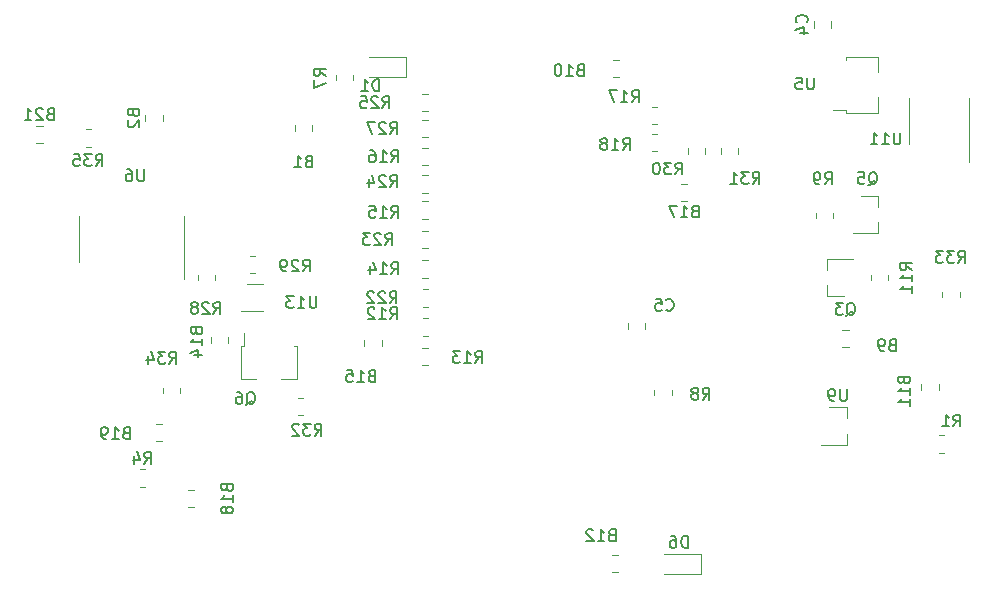
<source format=gbr>
%TF.GenerationSoftware,KiCad,Pcbnew,6.0.2+dfsg-1*%
%TF.CreationDate,2023-03-28T12:08:36-04:00*%
%TF.ProjectId,HL2IOBoard,484c3249-4f42-46f6-9172-642e6b696361,E*%
%TF.SameCoordinates,Original*%
%TF.FileFunction,Legend,Bot*%
%TF.FilePolarity,Positive*%
%FSLAX46Y46*%
G04 Gerber Fmt 4.6, Leading zero omitted, Abs format (unit mm)*
G04 Created by KiCad (PCBNEW 6.0.2+dfsg-1) date 2023-03-28 12:08:36*
%MOMM*%
%LPD*%
G01*
G04 APERTURE LIST*
%ADD10C,0.150000*%
%ADD11C,0.120000*%
G04 APERTURE END LIST*
D10*
%TO.C,C4*%
X175302142Y-85133333D02*
X175349761Y-85085714D01*
X175397380Y-84942857D01*
X175397380Y-84847619D01*
X175349761Y-84704761D01*
X175254523Y-84609523D01*
X175159285Y-84561904D01*
X174968809Y-84514285D01*
X174825952Y-84514285D01*
X174635476Y-84561904D01*
X174540238Y-84609523D01*
X174445000Y-84704761D01*
X174397380Y-84847619D01*
X174397380Y-84942857D01*
X174445000Y-85085714D01*
X174492619Y-85133333D01*
X174730714Y-85990476D02*
X175397380Y-85990476D01*
X174349761Y-85752380D02*
X175064047Y-85514285D01*
X175064047Y-86133333D01*
%TO.C,B9*%
X182534761Y-112408571D02*
X182391904Y-112456190D01*
X182344285Y-112503809D01*
X182296666Y-112599047D01*
X182296666Y-112741904D01*
X182344285Y-112837142D01*
X182391904Y-112884761D01*
X182487142Y-112932380D01*
X182868095Y-112932380D01*
X182868095Y-111932380D01*
X182534761Y-111932380D01*
X182439523Y-111980000D01*
X182391904Y-112027619D01*
X182344285Y-112122857D01*
X182344285Y-112218095D01*
X182391904Y-112313333D01*
X182439523Y-112360952D01*
X182534761Y-112408571D01*
X182868095Y-112408571D01*
X181820476Y-112932380D02*
X181630000Y-112932380D01*
X181534761Y-112884761D01*
X181487142Y-112837142D01*
X181391904Y-112694285D01*
X181344285Y-112503809D01*
X181344285Y-112122857D01*
X181391904Y-112027619D01*
X181439523Y-111980000D01*
X181534761Y-111932380D01*
X181725238Y-111932380D01*
X181820476Y-111980000D01*
X181868095Y-112027619D01*
X181915714Y-112122857D01*
X181915714Y-112360952D01*
X181868095Y-112456190D01*
X181820476Y-112503809D01*
X181725238Y-112551428D01*
X181534761Y-112551428D01*
X181439523Y-112503809D01*
X181391904Y-112456190D01*
X181344285Y-112360952D01*
%TO.C,B1*%
X133124761Y-96878571D02*
X132981904Y-96926190D01*
X132934285Y-96973809D01*
X132886666Y-97069047D01*
X132886666Y-97211904D01*
X132934285Y-97307142D01*
X132981904Y-97354761D01*
X133077142Y-97402380D01*
X133458095Y-97402380D01*
X133458095Y-96402380D01*
X133124761Y-96402380D01*
X133029523Y-96450000D01*
X132981904Y-96497619D01*
X132934285Y-96592857D01*
X132934285Y-96688095D01*
X132981904Y-96783333D01*
X133029523Y-96830952D01*
X133124761Y-96878571D01*
X133458095Y-96878571D01*
X131934285Y-97402380D02*
X132505714Y-97402380D01*
X132220000Y-97402380D02*
X132220000Y-96402380D01*
X132315238Y-96545238D01*
X132410476Y-96640476D01*
X132505714Y-96688095D01*
%TO.C,B10*%
X156110952Y-89138571D02*
X155968095Y-89186190D01*
X155920476Y-89233809D01*
X155872857Y-89329047D01*
X155872857Y-89471904D01*
X155920476Y-89567142D01*
X155968095Y-89614761D01*
X156063333Y-89662380D01*
X156444285Y-89662380D01*
X156444285Y-88662380D01*
X156110952Y-88662380D01*
X156015714Y-88710000D01*
X155968095Y-88757619D01*
X155920476Y-88852857D01*
X155920476Y-88948095D01*
X155968095Y-89043333D01*
X156015714Y-89090952D01*
X156110952Y-89138571D01*
X156444285Y-89138571D01*
X154920476Y-89662380D02*
X155491904Y-89662380D01*
X155206190Y-89662380D02*
X155206190Y-88662380D01*
X155301428Y-88805238D01*
X155396666Y-88900476D01*
X155491904Y-88948095D01*
X154301428Y-88662380D02*
X154206190Y-88662380D01*
X154110952Y-88710000D01*
X154063333Y-88757619D01*
X154015714Y-88852857D01*
X153968095Y-89043333D01*
X153968095Y-89281428D01*
X154015714Y-89471904D01*
X154063333Y-89567142D01*
X154110952Y-89614761D01*
X154206190Y-89662380D01*
X154301428Y-89662380D01*
X154396666Y-89614761D01*
X154444285Y-89567142D01*
X154491904Y-89471904D01*
X154539523Y-89281428D01*
X154539523Y-89043333D01*
X154491904Y-88852857D01*
X154444285Y-88757619D01*
X154396666Y-88710000D01*
X154301428Y-88662380D01*
%TO.C,U9*%
X178711904Y-116162380D02*
X178711904Y-116971904D01*
X178664285Y-117067142D01*
X178616666Y-117114761D01*
X178521428Y-117162380D01*
X178330952Y-117162380D01*
X178235714Y-117114761D01*
X178188095Y-117067142D01*
X178140476Y-116971904D01*
X178140476Y-116162380D01*
X177616666Y-117162380D02*
X177426190Y-117162380D01*
X177330952Y-117114761D01*
X177283333Y-117067142D01*
X177188095Y-116924285D01*
X177140476Y-116733809D01*
X177140476Y-116352857D01*
X177188095Y-116257619D01*
X177235714Y-116210000D01*
X177330952Y-116162380D01*
X177521428Y-116162380D01*
X177616666Y-116210000D01*
X177664285Y-116257619D01*
X177711904Y-116352857D01*
X177711904Y-116590952D01*
X177664285Y-116686190D01*
X177616666Y-116733809D01*
X177521428Y-116781428D01*
X177330952Y-116781428D01*
X177235714Y-116733809D01*
X177188095Y-116686190D01*
X177140476Y-116590952D01*
%TO.C,U5*%
X175931904Y-89792380D02*
X175931904Y-90601904D01*
X175884285Y-90697142D01*
X175836666Y-90744761D01*
X175741428Y-90792380D01*
X175550952Y-90792380D01*
X175455714Y-90744761D01*
X175408095Y-90697142D01*
X175360476Y-90601904D01*
X175360476Y-89792380D01*
X174408095Y-89792380D02*
X174884285Y-89792380D01*
X174931904Y-90268571D01*
X174884285Y-90220952D01*
X174789047Y-90173333D01*
X174550952Y-90173333D01*
X174455714Y-90220952D01*
X174408095Y-90268571D01*
X174360476Y-90363809D01*
X174360476Y-90601904D01*
X174408095Y-90697142D01*
X174455714Y-90744761D01*
X174550952Y-90792380D01*
X174789047Y-90792380D01*
X174884285Y-90744761D01*
X174931904Y-90697142D01*
%TO.C,R7*%
X134572380Y-89653333D02*
X134096190Y-89320000D01*
X134572380Y-89081904D02*
X133572380Y-89081904D01*
X133572380Y-89462857D01*
X133620000Y-89558095D01*
X133667619Y-89605714D01*
X133762857Y-89653333D01*
X133905714Y-89653333D01*
X134000952Y-89605714D01*
X134048571Y-89558095D01*
X134096190Y-89462857D01*
X134096190Y-89081904D01*
X133572380Y-89986666D02*
X133572380Y-90653333D01*
X134572380Y-90224761D01*
%TO.C,C5*%
X163416666Y-109437142D02*
X163464285Y-109484761D01*
X163607142Y-109532380D01*
X163702380Y-109532380D01*
X163845238Y-109484761D01*
X163940476Y-109389523D01*
X163988095Y-109294285D01*
X164035714Y-109103809D01*
X164035714Y-108960952D01*
X163988095Y-108770476D01*
X163940476Y-108675238D01*
X163845238Y-108580000D01*
X163702380Y-108532380D01*
X163607142Y-108532380D01*
X163464285Y-108580000D01*
X163416666Y-108627619D01*
X162511904Y-108532380D02*
X162988095Y-108532380D01*
X163035714Y-109008571D01*
X162988095Y-108960952D01*
X162892857Y-108913333D01*
X162654761Y-108913333D01*
X162559523Y-108960952D01*
X162511904Y-109008571D01*
X162464285Y-109103809D01*
X162464285Y-109341904D01*
X162511904Y-109437142D01*
X162559523Y-109484761D01*
X162654761Y-109532380D01*
X162892857Y-109532380D01*
X162988095Y-109484761D01*
X163035714Y-109437142D01*
%TO.C,R8*%
X166506666Y-117072380D02*
X166840000Y-116596190D01*
X167078095Y-117072380D02*
X167078095Y-116072380D01*
X166697142Y-116072380D01*
X166601904Y-116120000D01*
X166554285Y-116167619D01*
X166506666Y-116262857D01*
X166506666Y-116405714D01*
X166554285Y-116500952D01*
X166601904Y-116548571D01*
X166697142Y-116596190D01*
X167078095Y-116596190D01*
X165935238Y-116500952D02*
X166030476Y-116453333D01*
X166078095Y-116405714D01*
X166125714Y-116310476D01*
X166125714Y-116262857D01*
X166078095Y-116167619D01*
X166030476Y-116120000D01*
X165935238Y-116072380D01*
X165744761Y-116072380D01*
X165649523Y-116120000D01*
X165601904Y-116167619D01*
X165554285Y-116262857D01*
X165554285Y-116310476D01*
X165601904Y-116405714D01*
X165649523Y-116453333D01*
X165744761Y-116500952D01*
X165935238Y-116500952D01*
X166030476Y-116548571D01*
X166078095Y-116596190D01*
X166125714Y-116691428D01*
X166125714Y-116881904D01*
X166078095Y-116977142D01*
X166030476Y-117024761D01*
X165935238Y-117072380D01*
X165744761Y-117072380D01*
X165649523Y-117024761D01*
X165601904Y-116977142D01*
X165554285Y-116881904D01*
X165554285Y-116691428D01*
X165601904Y-116596190D01*
X165649523Y-116548571D01*
X165744761Y-116500952D01*
%TO.C,Q3*%
X178665238Y-109967619D02*
X178760476Y-109920000D01*
X178855714Y-109824761D01*
X178998571Y-109681904D01*
X179093809Y-109634285D01*
X179189047Y-109634285D01*
X179141428Y-109872380D02*
X179236666Y-109824761D01*
X179331904Y-109729523D01*
X179379523Y-109539047D01*
X179379523Y-109205714D01*
X179331904Y-109015238D01*
X179236666Y-108920000D01*
X179141428Y-108872380D01*
X178950952Y-108872380D01*
X178855714Y-108920000D01*
X178760476Y-109015238D01*
X178712857Y-109205714D01*
X178712857Y-109539047D01*
X178760476Y-109729523D01*
X178855714Y-109824761D01*
X178950952Y-109872380D01*
X179141428Y-109872380D01*
X178379523Y-108872380D02*
X177760476Y-108872380D01*
X178093809Y-109253333D01*
X177950952Y-109253333D01*
X177855714Y-109300952D01*
X177808095Y-109348571D01*
X177760476Y-109443809D01*
X177760476Y-109681904D01*
X177808095Y-109777142D01*
X177855714Y-109824761D01*
X177950952Y-109872380D01*
X178236666Y-109872380D01*
X178331904Y-109824761D01*
X178379523Y-109777142D01*
%TO.C,Q5*%
X180535238Y-98897619D02*
X180630476Y-98850000D01*
X180725714Y-98754761D01*
X180868571Y-98611904D01*
X180963809Y-98564285D01*
X181059047Y-98564285D01*
X181011428Y-98802380D02*
X181106666Y-98754761D01*
X181201904Y-98659523D01*
X181249523Y-98469047D01*
X181249523Y-98135714D01*
X181201904Y-97945238D01*
X181106666Y-97850000D01*
X181011428Y-97802380D01*
X180820952Y-97802380D01*
X180725714Y-97850000D01*
X180630476Y-97945238D01*
X180582857Y-98135714D01*
X180582857Y-98469047D01*
X180630476Y-98659523D01*
X180725714Y-98754761D01*
X180820952Y-98802380D01*
X181011428Y-98802380D01*
X179678095Y-97802380D02*
X180154285Y-97802380D01*
X180201904Y-98278571D01*
X180154285Y-98230952D01*
X180059047Y-98183333D01*
X179820952Y-98183333D01*
X179725714Y-98230952D01*
X179678095Y-98278571D01*
X179630476Y-98373809D01*
X179630476Y-98611904D01*
X179678095Y-98707142D01*
X179725714Y-98754761D01*
X179820952Y-98802380D01*
X180059047Y-98802380D01*
X180154285Y-98754761D01*
X180201904Y-98707142D01*
%TO.C,R9*%
X176846666Y-98822380D02*
X177180000Y-98346190D01*
X177418095Y-98822380D02*
X177418095Y-97822380D01*
X177037142Y-97822380D01*
X176941904Y-97870000D01*
X176894285Y-97917619D01*
X176846666Y-98012857D01*
X176846666Y-98155714D01*
X176894285Y-98250952D01*
X176941904Y-98298571D01*
X177037142Y-98346190D01*
X177418095Y-98346190D01*
X176370476Y-98822380D02*
X176180000Y-98822380D01*
X176084761Y-98774761D01*
X176037142Y-98727142D01*
X175941904Y-98584285D01*
X175894285Y-98393809D01*
X175894285Y-98012857D01*
X175941904Y-97917619D01*
X175989523Y-97870000D01*
X176084761Y-97822380D01*
X176275238Y-97822380D01*
X176370476Y-97870000D01*
X176418095Y-97917619D01*
X176465714Y-98012857D01*
X176465714Y-98250952D01*
X176418095Y-98346190D01*
X176370476Y-98393809D01*
X176275238Y-98441428D01*
X176084761Y-98441428D01*
X175989523Y-98393809D01*
X175941904Y-98346190D01*
X175894285Y-98250952D01*
%TO.C,R11*%
X184222380Y-106107142D02*
X183746190Y-105773809D01*
X184222380Y-105535714D02*
X183222380Y-105535714D01*
X183222380Y-105916666D01*
X183270000Y-106011904D01*
X183317619Y-106059523D01*
X183412857Y-106107142D01*
X183555714Y-106107142D01*
X183650952Y-106059523D01*
X183698571Y-106011904D01*
X183746190Y-105916666D01*
X183746190Y-105535714D01*
X184222380Y-107059523D02*
X184222380Y-106488095D01*
X184222380Y-106773809D02*
X183222380Y-106773809D01*
X183365238Y-106678571D01*
X183460476Y-106583333D01*
X183508095Y-106488095D01*
X184222380Y-108011904D02*
X184222380Y-107440476D01*
X184222380Y-107726190D02*
X183222380Y-107726190D01*
X183365238Y-107630952D01*
X183460476Y-107535714D01*
X183508095Y-107440476D01*
%TO.C,R12*%
X140042857Y-110262380D02*
X140376190Y-109786190D01*
X140614285Y-110262380D02*
X140614285Y-109262380D01*
X140233333Y-109262380D01*
X140138095Y-109310000D01*
X140090476Y-109357619D01*
X140042857Y-109452857D01*
X140042857Y-109595714D01*
X140090476Y-109690952D01*
X140138095Y-109738571D01*
X140233333Y-109786190D01*
X140614285Y-109786190D01*
X139090476Y-110262380D02*
X139661904Y-110262380D01*
X139376190Y-110262380D02*
X139376190Y-109262380D01*
X139471428Y-109405238D01*
X139566666Y-109500476D01*
X139661904Y-109548095D01*
X138709523Y-109357619D02*
X138661904Y-109310000D01*
X138566666Y-109262380D01*
X138328571Y-109262380D01*
X138233333Y-109310000D01*
X138185714Y-109357619D01*
X138138095Y-109452857D01*
X138138095Y-109548095D01*
X138185714Y-109690952D01*
X138757142Y-110262380D01*
X138138095Y-110262380D01*
%TO.C,R13*%
X147252857Y-113962380D02*
X147586190Y-113486190D01*
X147824285Y-113962380D02*
X147824285Y-112962380D01*
X147443333Y-112962380D01*
X147348095Y-113010000D01*
X147300476Y-113057619D01*
X147252857Y-113152857D01*
X147252857Y-113295714D01*
X147300476Y-113390952D01*
X147348095Y-113438571D01*
X147443333Y-113486190D01*
X147824285Y-113486190D01*
X146300476Y-113962380D02*
X146871904Y-113962380D01*
X146586190Y-113962380D02*
X146586190Y-112962380D01*
X146681428Y-113105238D01*
X146776666Y-113200476D01*
X146871904Y-113248095D01*
X145967142Y-112962380D02*
X145348095Y-112962380D01*
X145681428Y-113343333D01*
X145538571Y-113343333D01*
X145443333Y-113390952D01*
X145395714Y-113438571D01*
X145348095Y-113533809D01*
X145348095Y-113771904D01*
X145395714Y-113867142D01*
X145443333Y-113914761D01*
X145538571Y-113962380D01*
X145824285Y-113962380D01*
X145919523Y-113914761D01*
X145967142Y-113867142D01*
%TO.C,R14*%
X140142857Y-106452380D02*
X140476190Y-105976190D01*
X140714285Y-106452380D02*
X140714285Y-105452380D01*
X140333333Y-105452380D01*
X140238095Y-105500000D01*
X140190476Y-105547619D01*
X140142857Y-105642857D01*
X140142857Y-105785714D01*
X140190476Y-105880952D01*
X140238095Y-105928571D01*
X140333333Y-105976190D01*
X140714285Y-105976190D01*
X139190476Y-106452380D02*
X139761904Y-106452380D01*
X139476190Y-106452380D02*
X139476190Y-105452380D01*
X139571428Y-105595238D01*
X139666666Y-105690476D01*
X139761904Y-105738095D01*
X138333333Y-105785714D02*
X138333333Y-106452380D01*
X138571428Y-105404761D02*
X138809523Y-106119047D01*
X138190476Y-106119047D01*
%TO.C,R15*%
X140142857Y-101652380D02*
X140476190Y-101176190D01*
X140714285Y-101652380D02*
X140714285Y-100652380D01*
X140333333Y-100652380D01*
X140238095Y-100700000D01*
X140190476Y-100747619D01*
X140142857Y-100842857D01*
X140142857Y-100985714D01*
X140190476Y-101080952D01*
X140238095Y-101128571D01*
X140333333Y-101176190D01*
X140714285Y-101176190D01*
X139190476Y-101652380D02*
X139761904Y-101652380D01*
X139476190Y-101652380D02*
X139476190Y-100652380D01*
X139571428Y-100795238D01*
X139666666Y-100890476D01*
X139761904Y-100938095D01*
X138285714Y-100652380D02*
X138761904Y-100652380D01*
X138809523Y-101128571D01*
X138761904Y-101080952D01*
X138666666Y-101033333D01*
X138428571Y-101033333D01*
X138333333Y-101080952D01*
X138285714Y-101128571D01*
X138238095Y-101223809D01*
X138238095Y-101461904D01*
X138285714Y-101557142D01*
X138333333Y-101604761D01*
X138428571Y-101652380D01*
X138666666Y-101652380D01*
X138761904Y-101604761D01*
X138809523Y-101557142D01*
%TO.C,R16*%
X140142857Y-96952380D02*
X140476190Y-96476190D01*
X140714285Y-96952380D02*
X140714285Y-95952380D01*
X140333333Y-95952380D01*
X140238095Y-96000000D01*
X140190476Y-96047619D01*
X140142857Y-96142857D01*
X140142857Y-96285714D01*
X140190476Y-96380952D01*
X140238095Y-96428571D01*
X140333333Y-96476190D01*
X140714285Y-96476190D01*
X139190476Y-96952380D02*
X139761904Y-96952380D01*
X139476190Y-96952380D02*
X139476190Y-95952380D01*
X139571428Y-96095238D01*
X139666666Y-96190476D01*
X139761904Y-96238095D01*
X138333333Y-95952380D02*
X138523809Y-95952380D01*
X138619047Y-96000000D01*
X138666666Y-96047619D01*
X138761904Y-96190476D01*
X138809523Y-96380952D01*
X138809523Y-96761904D01*
X138761904Y-96857142D01*
X138714285Y-96904761D01*
X138619047Y-96952380D01*
X138428571Y-96952380D01*
X138333333Y-96904761D01*
X138285714Y-96857142D01*
X138238095Y-96761904D01*
X138238095Y-96523809D01*
X138285714Y-96428571D01*
X138333333Y-96380952D01*
X138428571Y-96333333D01*
X138619047Y-96333333D01*
X138714285Y-96380952D01*
X138761904Y-96428571D01*
X138809523Y-96523809D01*
%TO.C,R22*%
X140002857Y-108902380D02*
X140336190Y-108426190D01*
X140574285Y-108902380D02*
X140574285Y-107902380D01*
X140193333Y-107902380D01*
X140098095Y-107950000D01*
X140050476Y-107997619D01*
X140002857Y-108092857D01*
X140002857Y-108235714D01*
X140050476Y-108330952D01*
X140098095Y-108378571D01*
X140193333Y-108426190D01*
X140574285Y-108426190D01*
X139621904Y-107997619D02*
X139574285Y-107950000D01*
X139479047Y-107902380D01*
X139240952Y-107902380D01*
X139145714Y-107950000D01*
X139098095Y-107997619D01*
X139050476Y-108092857D01*
X139050476Y-108188095D01*
X139098095Y-108330952D01*
X139669523Y-108902380D01*
X139050476Y-108902380D01*
X138669523Y-107997619D02*
X138621904Y-107950000D01*
X138526666Y-107902380D01*
X138288571Y-107902380D01*
X138193333Y-107950000D01*
X138145714Y-107997619D01*
X138098095Y-108092857D01*
X138098095Y-108188095D01*
X138145714Y-108330952D01*
X138717142Y-108902380D01*
X138098095Y-108902380D01*
%TO.C,R23*%
X139642857Y-103952380D02*
X139976190Y-103476190D01*
X140214285Y-103952380D02*
X140214285Y-102952380D01*
X139833333Y-102952380D01*
X139738095Y-103000000D01*
X139690476Y-103047619D01*
X139642857Y-103142857D01*
X139642857Y-103285714D01*
X139690476Y-103380952D01*
X139738095Y-103428571D01*
X139833333Y-103476190D01*
X140214285Y-103476190D01*
X139261904Y-103047619D02*
X139214285Y-103000000D01*
X139119047Y-102952380D01*
X138880952Y-102952380D01*
X138785714Y-103000000D01*
X138738095Y-103047619D01*
X138690476Y-103142857D01*
X138690476Y-103238095D01*
X138738095Y-103380952D01*
X139309523Y-103952380D01*
X138690476Y-103952380D01*
X138357142Y-102952380D02*
X137738095Y-102952380D01*
X138071428Y-103333333D01*
X137928571Y-103333333D01*
X137833333Y-103380952D01*
X137785714Y-103428571D01*
X137738095Y-103523809D01*
X137738095Y-103761904D01*
X137785714Y-103857142D01*
X137833333Y-103904761D01*
X137928571Y-103952380D01*
X138214285Y-103952380D01*
X138309523Y-103904761D01*
X138357142Y-103857142D01*
%TO.C,R24*%
X140042857Y-99052380D02*
X140376190Y-98576190D01*
X140614285Y-99052380D02*
X140614285Y-98052380D01*
X140233333Y-98052380D01*
X140138095Y-98100000D01*
X140090476Y-98147619D01*
X140042857Y-98242857D01*
X140042857Y-98385714D01*
X140090476Y-98480952D01*
X140138095Y-98528571D01*
X140233333Y-98576190D01*
X140614285Y-98576190D01*
X139661904Y-98147619D02*
X139614285Y-98100000D01*
X139519047Y-98052380D01*
X139280952Y-98052380D01*
X139185714Y-98100000D01*
X139138095Y-98147619D01*
X139090476Y-98242857D01*
X139090476Y-98338095D01*
X139138095Y-98480952D01*
X139709523Y-99052380D01*
X139090476Y-99052380D01*
X138233333Y-98385714D02*
X138233333Y-99052380D01*
X138471428Y-98004761D02*
X138709523Y-98719047D01*
X138090476Y-98719047D01*
%TO.C,D6*%
X165238095Y-129602380D02*
X165238095Y-128602380D01*
X165000000Y-128602380D01*
X164857142Y-128650000D01*
X164761904Y-128745238D01*
X164714285Y-128840476D01*
X164666666Y-129030952D01*
X164666666Y-129173809D01*
X164714285Y-129364285D01*
X164761904Y-129459523D01*
X164857142Y-129554761D01*
X165000000Y-129602380D01*
X165238095Y-129602380D01*
X163809523Y-128602380D02*
X164000000Y-128602380D01*
X164095238Y-128650000D01*
X164142857Y-128697619D01*
X164238095Y-128840476D01*
X164285714Y-129030952D01*
X164285714Y-129411904D01*
X164238095Y-129507142D01*
X164190476Y-129554761D01*
X164095238Y-129602380D01*
X163904761Y-129602380D01*
X163809523Y-129554761D01*
X163761904Y-129507142D01*
X163714285Y-129411904D01*
X163714285Y-129173809D01*
X163761904Y-129078571D01*
X163809523Y-129030952D01*
X163904761Y-128983333D01*
X164095238Y-128983333D01*
X164190476Y-129030952D01*
X164238095Y-129078571D01*
X164285714Y-129173809D01*
%TO.C,R25*%
X139392857Y-92382380D02*
X139726190Y-91906190D01*
X139964285Y-92382380D02*
X139964285Y-91382380D01*
X139583333Y-91382380D01*
X139488095Y-91430000D01*
X139440476Y-91477619D01*
X139392857Y-91572857D01*
X139392857Y-91715714D01*
X139440476Y-91810952D01*
X139488095Y-91858571D01*
X139583333Y-91906190D01*
X139964285Y-91906190D01*
X139011904Y-91477619D02*
X138964285Y-91430000D01*
X138869047Y-91382380D01*
X138630952Y-91382380D01*
X138535714Y-91430000D01*
X138488095Y-91477619D01*
X138440476Y-91572857D01*
X138440476Y-91668095D01*
X138488095Y-91810952D01*
X139059523Y-92382380D01*
X138440476Y-92382380D01*
X137535714Y-91382380D02*
X138011904Y-91382380D01*
X138059523Y-91858571D01*
X138011904Y-91810952D01*
X137916666Y-91763333D01*
X137678571Y-91763333D01*
X137583333Y-91810952D01*
X137535714Y-91858571D01*
X137488095Y-91953809D01*
X137488095Y-92191904D01*
X137535714Y-92287142D01*
X137583333Y-92334761D01*
X137678571Y-92382380D01*
X137916666Y-92382380D01*
X138011904Y-92334761D01*
X138059523Y-92287142D01*
%TO.C,R27*%
X140042857Y-94562380D02*
X140376190Y-94086190D01*
X140614285Y-94562380D02*
X140614285Y-93562380D01*
X140233333Y-93562380D01*
X140138095Y-93610000D01*
X140090476Y-93657619D01*
X140042857Y-93752857D01*
X140042857Y-93895714D01*
X140090476Y-93990952D01*
X140138095Y-94038571D01*
X140233333Y-94086190D01*
X140614285Y-94086190D01*
X139661904Y-93657619D02*
X139614285Y-93610000D01*
X139519047Y-93562380D01*
X139280952Y-93562380D01*
X139185714Y-93610000D01*
X139138095Y-93657619D01*
X139090476Y-93752857D01*
X139090476Y-93848095D01*
X139138095Y-93990952D01*
X139709523Y-94562380D01*
X139090476Y-94562380D01*
X138757142Y-93562380D02*
X138090476Y-93562380D01*
X138519047Y-94562380D01*
%TO.C,R17*%
X160512857Y-91882380D02*
X160846190Y-91406190D01*
X161084285Y-91882380D02*
X161084285Y-90882380D01*
X160703333Y-90882380D01*
X160608095Y-90930000D01*
X160560476Y-90977619D01*
X160512857Y-91072857D01*
X160512857Y-91215714D01*
X160560476Y-91310952D01*
X160608095Y-91358571D01*
X160703333Y-91406190D01*
X161084285Y-91406190D01*
X159560476Y-91882380D02*
X160131904Y-91882380D01*
X159846190Y-91882380D02*
X159846190Y-90882380D01*
X159941428Y-91025238D01*
X160036666Y-91120476D01*
X160131904Y-91168095D01*
X159227142Y-90882380D02*
X158560476Y-90882380D01*
X158989047Y-91882380D01*
%TO.C,R18*%
X159752857Y-95922380D02*
X160086190Y-95446190D01*
X160324285Y-95922380D02*
X160324285Y-94922380D01*
X159943333Y-94922380D01*
X159848095Y-94970000D01*
X159800476Y-95017619D01*
X159752857Y-95112857D01*
X159752857Y-95255714D01*
X159800476Y-95350952D01*
X159848095Y-95398571D01*
X159943333Y-95446190D01*
X160324285Y-95446190D01*
X158800476Y-95922380D02*
X159371904Y-95922380D01*
X159086190Y-95922380D02*
X159086190Y-94922380D01*
X159181428Y-95065238D01*
X159276666Y-95160476D01*
X159371904Y-95208095D01*
X158229047Y-95350952D02*
X158324285Y-95303333D01*
X158371904Y-95255714D01*
X158419523Y-95160476D01*
X158419523Y-95112857D01*
X158371904Y-95017619D01*
X158324285Y-94970000D01*
X158229047Y-94922380D01*
X158038571Y-94922380D01*
X157943333Y-94970000D01*
X157895714Y-95017619D01*
X157848095Y-95112857D01*
X157848095Y-95160476D01*
X157895714Y-95255714D01*
X157943333Y-95303333D01*
X158038571Y-95350952D01*
X158229047Y-95350952D01*
X158324285Y-95398571D01*
X158371904Y-95446190D01*
X158419523Y-95541428D01*
X158419523Y-95731904D01*
X158371904Y-95827142D01*
X158324285Y-95874761D01*
X158229047Y-95922380D01*
X158038571Y-95922380D01*
X157943333Y-95874761D01*
X157895714Y-95827142D01*
X157848095Y-95731904D01*
X157848095Y-95541428D01*
X157895714Y-95446190D01*
X157943333Y-95398571D01*
X158038571Y-95350952D01*
%TO.C,B15*%
X138460952Y-115028571D02*
X138318095Y-115076190D01*
X138270476Y-115123809D01*
X138222857Y-115219047D01*
X138222857Y-115361904D01*
X138270476Y-115457142D01*
X138318095Y-115504761D01*
X138413333Y-115552380D01*
X138794285Y-115552380D01*
X138794285Y-114552380D01*
X138460952Y-114552380D01*
X138365714Y-114600000D01*
X138318095Y-114647619D01*
X138270476Y-114742857D01*
X138270476Y-114838095D01*
X138318095Y-114933333D01*
X138365714Y-114980952D01*
X138460952Y-115028571D01*
X138794285Y-115028571D01*
X137270476Y-115552380D02*
X137841904Y-115552380D01*
X137556190Y-115552380D02*
X137556190Y-114552380D01*
X137651428Y-114695238D01*
X137746666Y-114790476D01*
X137841904Y-114838095D01*
X136365714Y-114552380D02*
X136841904Y-114552380D01*
X136889523Y-115028571D01*
X136841904Y-114980952D01*
X136746666Y-114933333D01*
X136508571Y-114933333D01*
X136413333Y-114980952D01*
X136365714Y-115028571D01*
X136318095Y-115123809D01*
X136318095Y-115361904D01*
X136365714Y-115457142D01*
X136413333Y-115504761D01*
X136508571Y-115552380D01*
X136746666Y-115552380D01*
X136841904Y-115504761D01*
X136889523Y-115457142D01*
%TO.C,B12*%
X158790952Y-128518571D02*
X158648095Y-128566190D01*
X158600476Y-128613809D01*
X158552857Y-128709047D01*
X158552857Y-128851904D01*
X158600476Y-128947142D01*
X158648095Y-128994761D01*
X158743333Y-129042380D01*
X159124285Y-129042380D01*
X159124285Y-128042380D01*
X158790952Y-128042380D01*
X158695714Y-128090000D01*
X158648095Y-128137619D01*
X158600476Y-128232857D01*
X158600476Y-128328095D01*
X158648095Y-128423333D01*
X158695714Y-128470952D01*
X158790952Y-128518571D01*
X159124285Y-128518571D01*
X157600476Y-129042380D02*
X158171904Y-129042380D01*
X157886190Y-129042380D02*
X157886190Y-128042380D01*
X157981428Y-128185238D01*
X158076666Y-128280476D01*
X158171904Y-128328095D01*
X157219523Y-128137619D02*
X157171904Y-128090000D01*
X157076666Y-128042380D01*
X156838571Y-128042380D01*
X156743333Y-128090000D01*
X156695714Y-128137619D01*
X156648095Y-128232857D01*
X156648095Y-128328095D01*
X156695714Y-128470952D01*
X157267142Y-129042380D01*
X156648095Y-129042380D01*
%TO.C,R30*%
X164192857Y-97992380D02*
X164526190Y-97516190D01*
X164764285Y-97992380D02*
X164764285Y-96992380D01*
X164383333Y-96992380D01*
X164288095Y-97040000D01*
X164240476Y-97087619D01*
X164192857Y-97182857D01*
X164192857Y-97325714D01*
X164240476Y-97420952D01*
X164288095Y-97468571D01*
X164383333Y-97516190D01*
X164764285Y-97516190D01*
X163859523Y-96992380D02*
X163240476Y-96992380D01*
X163573809Y-97373333D01*
X163430952Y-97373333D01*
X163335714Y-97420952D01*
X163288095Y-97468571D01*
X163240476Y-97563809D01*
X163240476Y-97801904D01*
X163288095Y-97897142D01*
X163335714Y-97944761D01*
X163430952Y-97992380D01*
X163716666Y-97992380D01*
X163811904Y-97944761D01*
X163859523Y-97897142D01*
X162621428Y-96992380D02*
X162526190Y-96992380D01*
X162430952Y-97040000D01*
X162383333Y-97087619D01*
X162335714Y-97182857D01*
X162288095Y-97373333D01*
X162288095Y-97611428D01*
X162335714Y-97801904D01*
X162383333Y-97897142D01*
X162430952Y-97944761D01*
X162526190Y-97992380D01*
X162621428Y-97992380D01*
X162716666Y-97944761D01*
X162764285Y-97897142D01*
X162811904Y-97801904D01*
X162859523Y-97611428D01*
X162859523Y-97373333D01*
X162811904Y-97182857D01*
X162764285Y-97087619D01*
X162716666Y-97040000D01*
X162621428Y-96992380D01*
%TO.C,R31*%
X170732857Y-98782380D02*
X171066190Y-98306190D01*
X171304285Y-98782380D02*
X171304285Y-97782380D01*
X170923333Y-97782380D01*
X170828095Y-97830000D01*
X170780476Y-97877619D01*
X170732857Y-97972857D01*
X170732857Y-98115714D01*
X170780476Y-98210952D01*
X170828095Y-98258571D01*
X170923333Y-98306190D01*
X171304285Y-98306190D01*
X170399523Y-97782380D02*
X169780476Y-97782380D01*
X170113809Y-98163333D01*
X169970952Y-98163333D01*
X169875714Y-98210952D01*
X169828095Y-98258571D01*
X169780476Y-98353809D01*
X169780476Y-98591904D01*
X169828095Y-98687142D01*
X169875714Y-98734761D01*
X169970952Y-98782380D01*
X170256666Y-98782380D01*
X170351904Y-98734761D01*
X170399523Y-98687142D01*
X168828095Y-98782380D02*
X169399523Y-98782380D01*
X169113809Y-98782380D02*
X169113809Y-97782380D01*
X169209047Y-97925238D01*
X169304285Y-98020476D01*
X169399523Y-98068095D01*
%TO.C,U11*%
X183238095Y-94452380D02*
X183238095Y-95261904D01*
X183190476Y-95357142D01*
X183142857Y-95404761D01*
X183047619Y-95452380D01*
X182857142Y-95452380D01*
X182761904Y-95404761D01*
X182714285Y-95357142D01*
X182666666Y-95261904D01*
X182666666Y-94452380D01*
X181666666Y-95452380D02*
X182238095Y-95452380D01*
X181952380Y-95452380D02*
X181952380Y-94452380D01*
X182047619Y-94595238D01*
X182142857Y-94690476D01*
X182238095Y-94738095D01*
X180714285Y-95452380D02*
X181285714Y-95452380D01*
X181000000Y-95452380D02*
X181000000Y-94452380D01*
X181095238Y-94595238D01*
X181190476Y-94690476D01*
X181285714Y-94738095D01*
%TO.C,B2*%
X118288571Y-92802738D02*
X118336190Y-92945595D01*
X118383809Y-92993214D01*
X118479047Y-93040833D01*
X118621904Y-93040833D01*
X118717142Y-92993214D01*
X118764761Y-92945595D01*
X118812380Y-92850357D01*
X118812380Y-92469404D01*
X117812380Y-92469404D01*
X117812380Y-92802738D01*
X117860000Y-92897976D01*
X117907619Y-92945595D01*
X118002857Y-92993214D01*
X118098095Y-92993214D01*
X118193333Y-92945595D01*
X118240952Y-92897976D01*
X118288571Y-92802738D01*
X118288571Y-92469404D01*
X117907619Y-93421785D02*
X117860000Y-93469404D01*
X117812380Y-93564642D01*
X117812380Y-93802738D01*
X117860000Y-93897976D01*
X117907619Y-93945595D01*
X118002857Y-93993214D01*
X118098095Y-93993214D01*
X118240952Y-93945595D01*
X118812380Y-93374166D01*
X118812380Y-93993214D01*
%TO.C,R32*%
X133642857Y-120102380D02*
X133976190Y-119626190D01*
X134214285Y-120102380D02*
X134214285Y-119102380D01*
X133833333Y-119102380D01*
X133738095Y-119150000D01*
X133690476Y-119197619D01*
X133642857Y-119292857D01*
X133642857Y-119435714D01*
X133690476Y-119530952D01*
X133738095Y-119578571D01*
X133833333Y-119626190D01*
X134214285Y-119626190D01*
X133309523Y-119102380D02*
X132690476Y-119102380D01*
X133023809Y-119483333D01*
X132880952Y-119483333D01*
X132785714Y-119530952D01*
X132738095Y-119578571D01*
X132690476Y-119673809D01*
X132690476Y-119911904D01*
X132738095Y-120007142D01*
X132785714Y-120054761D01*
X132880952Y-120102380D01*
X133166666Y-120102380D01*
X133261904Y-120054761D01*
X133309523Y-120007142D01*
X132309523Y-119197619D02*
X132261904Y-119150000D01*
X132166666Y-119102380D01*
X131928571Y-119102380D01*
X131833333Y-119150000D01*
X131785714Y-119197619D01*
X131738095Y-119292857D01*
X131738095Y-119388095D01*
X131785714Y-119530952D01*
X132357142Y-120102380D01*
X131738095Y-120102380D01*
%TO.C,R33*%
X188142857Y-105472380D02*
X188476190Y-104996190D01*
X188714285Y-105472380D02*
X188714285Y-104472380D01*
X188333333Y-104472380D01*
X188238095Y-104520000D01*
X188190476Y-104567619D01*
X188142857Y-104662857D01*
X188142857Y-104805714D01*
X188190476Y-104900952D01*
X188238095Y-104948571D01*
X188333333Y-104996190D01*
X188714285Y-104996190D01*
X187809523Y-104472380D02*
X187190476Y-104472380D01*
X187523809Y-104853333D01*
X187380952Y-104853333D01*
X187285714Y-104900952D01*
X187238095Y-104948571D01*
X187190476Y-105043809D01*
X187190476Y-105281904D01*
X187238095Y-105377142D01*
X187285714Y-105424761D01*
X187380952Y-105472380D01*
X187666666Y-105472380D01*
X187761904Y-105424761D01*
X187809523Y-105377142D01*
X186857142Y-104472380D02*
X186238095Y-104472380D01*
X186571428Y-104853333D01*
X186428571Y-104853333D01*
X186333333Y-104900952D01*
X186285714Y-104948571D01*
X186238095Y-105043809D01*
X186238095Y-105281904D01*
X186285714Y-105377142D01*
X186333333Y-105424761D01*
X186428571Y-105472380D01*
X186714285Y-105472380D01*
X186809523Y-105424761D01*
X186857142Y-105377142D01*
%TO.C,U13*%
X133788095Y-108302380D02*
X133788095Y-109111904D01*
X133740476Y-109207142D01*
X133692857Y-109254761D01*
X133597619Y-109302380D01*
X133407142Y-109302380D01*
X133311904Y-109254761D01*
X133264285Y-109207142D01*
X133216666Y-109111904D01*
X133216666Y-108302380D01*
X132216666Y-109302380D02*
X132788095Y-109302380D01*
X132502380Y-109302380D02*
X132502380Y-108302380D01*
X132597619Y-108445238D01*
X132692857Y-108540476D01*
X132788095Y-108588095D01*
X131883333Y-108302380D02*
X131264285Y-108302380D01*
X131597619Y-108683333D01*
X131454761Y-108683333D01*
X131359523Y-108730952D01*
X131311904Y-108778571D01*
X131264285Y-108873809D01*
X131264285Y-109111904D01*
X131311904Y-109207142D01*
X131359523Y-109254761D01*
X131454761Y-109302380D01*
X131740476Y-109302380D01*
X131835714Y-109254761D01*
X131883333Y-109207142D01*
%TO.C,Q6*%
X127855238Y-117517619D02*
X127950476Y-117470000D01*
X128045714Y-117374761D01*
X128188571Y-117231904D01*
X128283809Y-117184285D01*
X128379047Y-117184285D01*
X128331428Y-117422380D02*
X128426666Y-117374761D01*
X128521904Y-117279523D01*
X128569523Y-117089047D01*
X128569523Y-116755714D01*
X128521904Y-116565238D01*
X128426666Y-116470000D01*
X128331428Y-116422380D01*
X128140952Y-116422380D01*
X128045714Y-116470000D01*
X127950476Y-116565238D01*
X127902857Y-116755714D01*
X127902857Y-117089047D01*
X127950476Y-117279523D01*
X128045714Y-117374761D01*
X128140952Y-117422380D01*
X128331428Y-117422380D01*
X127045714Y-116422380D02*
X127236190Y-116422380D01*
X127331428Y-116470000D01*
X127379047Y-116517619D01*
X127474285Y-116660476D01*
X127521904Y-116850952D01*
X127521904Y-117231904D01*
X127474285Y-117327142D01*
X127426666Y-117374761D01*
X127331428Y-117422380D01*
X127140952Y-117422380D01*
X127045714Y-117374761D01*
X126998095Y-117327142D01*
X126950476Y-117231904D01*
X126950476Y-116993809D01*
X126998095Y-116898571D01*
X127045714Y-116850952D01*
X127140952Y-116803333D01*
X127331428Y-116803333D01*
X127426666Y-116850952D01*
X127474285Y-116898571D01*
X127521904Y-116993809D01*
%TO.C,B11*%
X183518571Y-115449047D02*
X183566190Y-115591904D01*
X183613809Y-115639523D01*
X183709047Y-115687142D01*
X183851904Y-115687142D01*
X183947142Y-115639523D01*
X183994761Y-115591904D01*
X184042380Y-115496666D01*
X184042380Y-115115714D01*
X183042380Y-115115714D01*
X183042380Y-115449047D01*
X183090000Y-115544285D01*
X183137619Y-115591904D01*
X183232857Y-115639523D01*
X183328095Y-115639523D01*
X183423333Y-115591904D01*
X183470952Y-115544285D01*
X183518571Y-115449047D01*
X183518571Y-115115714D01*
X184042380Y-116639523D02*
X184042380Y-116068095D01*
X184042380Y-116353809D02*
X183042380Y-116353809D01*
X183185238Y-116258571D01*
X183280476Y-116163333D01*
X183328095Y-116068095D01*
X184042380Y-117591904D02*
X184042380Y-117020476D01*
X184042380Y-117306190D02*
X183042380Y-117306190D01*
X183185238Y-117210952D01*
X183280476Y-117115714D01*
X183328095Y-117020476D01*
%TO.C,R28*%
X125082857Y-109812380D02*
X125416190Y-109336190D01*
X125654285Y-109812380D02*
X125654285Y-108812380D01*
X125273333Y-108812380D01*
X125178095Y-108860000D01*
X125130476Y-108907619D01*
X125082857Y-109002857D01*
X125082857Y-109145714D01*
X125130476Y-109240952D01*
X125178095Y-109288571D01*
X125273333Y-109336190D01*
X125654285Y-109336190D01*
X124701904Y-108907619D02*
X124654285Y-108860000D01*
X124559047Y-108812380D01*
X124320952Y-108812380D01*
X124225714Y-108860000D01*
X124178095Y-108907619D01*
X124130476Y-109002857D01*
X124130476Y-109098095D01*
X124178095Y-109240952D01*
X124749523Y-109812380D01*
X124130476Y-109812380D01*
X123559047Y-109240952D02*
X123654285Y-109193333D01*
X123701904Y-109145714D01*
X123749523Y-109050476D01*
X123749523Y-109002857D01*
X123701904Y-108907619D01*
X123654285Y-108860000D01*
X123559047Y-108812380D01*
X123368571Y-108812380D01*
X123273333Y-108860000D01*
X123225714Y-108907619D01*
X123178095Y-109002857D01*
X123178095Y-109050476D01*
X123225714Y-109145714D01*
X123273333Y-109193333D01*
X123368571Y-109240952D01*
X123559047Y-109240952D01*
X123654285Y-109288571D01*
X123701904Y-109336190D01*
X123749523Y-109431428D01*
X123749523Y-109621904D01*
X123701904Y-109717142D01*
X123654285Y-109764761D01*
X123559047Y-109812380D01*
X123368571Y-109812380D01*
X123273333Y-109764761D01*
X123225714Y-109717142D01*
X123178095Y-109621904D01*
X123178095Y-109431428D01*
X123225714Y-109336190D01*
X123273333Y-109288571D01*
X123368571Y-109240952D01*
%TO.C,R29*%
X132642857Y-106212380D02*
X132976190Y-105736190D01*
X133214285Y-106212380D02*
X133214285Y-105212380D01*
X132833333Y-105212380D01*
X132738095Y-105260000D01*
X132690476Y-105307619D01*
X132642857Y-105402857D01*
X132642857Y-105545714D01*
X132690476Y-105640952D01*
X132738095Y-105688571D01*
X132833333Y-105736190D01*
X133214285Y-105736190D01*
X132261904Y-105307619D02*
X132214285Y-105260000D01*
X132119047Y-105212380D01*
X131880952Y-105212380D01*
X131785714Y-105260000D01*
X131738095Y-105307619D01*
X131690476Y-105402857D01*
X131690476Y-105498095D01*
X131738095Y-105640952D01*
X132309523Y-106212380D01*
X131690476Y-106212380D01*
X131214285Y-106212380D02*
X131023809Y-106212380D01*
X130928571Y-106164761D01*
X130880952Y-106117142D01*
X130785714Y-105974285D01*
X130738095Y-105783809D01*
X130738095Y-105402857D01*
X130785714Y-105307619D01*
X130833333Y-105260000D01*
X130928571Y-105212380D01*
X131119047Y-105212380D01*
X131214285Y-105260000D01*
X131261904Y-105307619D01*
X131309523Y-105402857D01*
X131309523Y-105640952D01*
X131261904Y-105736190D01*
X131214285Y-105783809D01*
X131119047Y-105831428D01*
X130928571Y-105831428D01*
X130833333Y-105783809D01*
X130785714Y-105736190D01*
X130738095Y-105640952D01*
%TO.C,R1*%
X187736666Y-119332380D02*
X188070000Y-118856190D01*
X188308095Y-119332380D02*
X188308095Y-118332380D01*
X187927142Y-118332380D01*
X187831904Y-118380000D01*
X187784285Y-118427619D01*
X187736666Y-118522857D01*
X187736666Y-118665714D01*
X187784285Y-118760952D01*
X187831904Y-118808571D01*
X187927142Y-118856190D01*
X188308095Y-118856190D01*
X186784285Y-119332380D02*
X187355714Y-119332380D01*
X187070000Y-119332380D02*
X187070000Y-118332380D01*
X187165238Y-118475238D01*
X187260476Y-118570476D01*
X187355714Y-118618095D01*
%TO.C,B14*%
X123618571Y-111279047D02*
X123666190Y-111421904D01*
X123713809Y-111469523D01*
X123809047Y-111517142D01*
X123951904Y-111517142D01*
X124047142Y-111469523D01*
X124094761Y-111421904D01*
X124142380Y-111326666D01*
X124142380Y-110945714D01*
X123142380Y-110945714D01*
X123142380Y-111279047D01*
X123190000Y-111374285D01*
X123237619Y-111421904D01*
X123332857Y-111469523D01*
X123428095Y-111469523D01*
X123523333Y-111421904D01*
X123570952Y-111374285D01*
X123618571Y-111279047D01*
X123618571Y-110945714D01*
X124142380Y-112469523D02*
X124142380Y-111898095D01*
X124142380Y-112183809D02*
X123142380Y-112183809D01*
X123285238Y-112088571D01*
X123380476Y-111993333D01*
X123428095Y-111898095D01*
X123475714Y-113326666D02*
X124142380Y-113326666D01*
X123094761Y-113088571D02*
X123809047Y-112850476D01*
X123809047Y-113469523D01*
%TO.C,B18*%
X126198571Y-124549047D02*
X126246190Y-124691904D01*
X126293809Y-124739523D01*
X126389047Y-124787142D01*
X126531904Y-124787142D01*
X126627142Y-124739523D01*
X126674761Y-124691904D01*
X126722380Y-124596666D01*
X126722380Y-124215714D01*
X125722380Y-124215714D01*
X125722380Y-124549047D01*
X125770000Y-124644285D01*
X125817619Y-124691904D01*
X125912857Y-124739523D01*
X126008095Y-124739523D01*
X126103333Y-124691904D01*
X126150952Y-124644285D01*
X126198571Y-124549047D01*
X126198571Y-124215714D01*
X126722380Y-125739523D02*
X126722380Y-125168095D01*
X126722380Y-125453809D02*
X125722380Y-125453809D01*
X125865238Y-125358571D01*
X125960476Y-125263333D01*
X126008095Y-125168095D01*
X126150952Y-126310952D02*
X126103333Y-126215714D01*
X126055714Y-126168095D01*
X125960476Y-126120476D01*
X125912857Y-126120476D01*
X125817619Y-126168095D01*
X125770000Y-126215714D01*
X125722380Y-126310952D01*
X125722380Y-126501428D01*
X125770000Y-126596666D01*
X125817619Y-126644285D01*
X125912857Y-126691904D01*
X125960476Y-126691904D01*
X126055714Y-126644285D01*
X126103333Y-126596666D01*
X126150952Y-126501428D01*
X126150952Y-126310952D01*
X126198571Y-126215714D01*
X126246190Y-126168095D01*
X126341428Y-126120476D01*
X126531904Y-126120476D01*
X126627142Y-126168095D01*
X126674761Y-126215714D01*
X126722380Y-126310952D01*
X126722380Y-126501428D01*
X126674761Y-126596666D01*
X126627142Y-126644285D01*
X126531904Y-126691904D01*
X126341428Y-126691904D01*
X126246190Y-126644285D01*
X126198571Y-126596666D01*
X126150952Y-126501428D01*
%TO.C,B19*%
X117690952Y-119878571D02*
X117548095Y-119926190D01*
X117500476Y-119973809D01*
X117452857Y-120069047D01*
X117452857Y-120211904D01*
X117500476Y-120307142D01*
X117548095Y-120354761D01*
X117643333Y-120402380D01*
X118024285Y-120402380D01*
X118024285Y-119402380D01*
X117690952Y-119402380D01*
X117595714Y-119450000D01*
X117548095Y-119497619D01*
X117500476Y-119592857D01*
X117500476Y-119688095D01*
X117548095Y-119783333D01*
X117595714Y-119830952D01*
X117690952Y-119878571D01*
X118024285Y-119878571D01*
X116500476Y-120402380D02*
X117071904Y-120402380D01*
X116786190Y-120402380D02*
X116786190Y-119402380D01*
X116881428Y-119545238D01*
X116976666Y-119640476D01*
X117071904Y-119688095D01*
X116024285Y-120402380D02*
X115833809Y-120402380D01*
X115738571Y-120354761D01*
X115690952Y-120307142D01*
X115595714Y-120164285D01*
X115548095Y-119973809D01*
X115548095Y-119592857D01*
X115595714Y-119497619D01*
X115643333Y-119450000D01*
X115738571Y-119402380D01*
X115929047Y-119402380D01*
X116024285Y-119450000D01*
X116071904Y-119497619D01*
X116119523Y-119592857D01*
X116119523Y-119830952D01*
X116071904Y-119926190D01*
X116024285Y-119973809D01*
X115929047Y-120021428D01*
X115738571Y-120021428D01*
X115643333Y-119973809D01*
X115595714Y-119926190D01*
X115548095Y-119830952D01*
%TO.C,B21*%
X111230952Y-92848571D02*
X111088095Y-92896190D01*
X111040476Y-92943809D01*
X110992857Y-93039047D01*
X110992857Y-93181904D01*
X111040476Y-93277142D01*
X111088095Y-93324761D01*
X111183333Y-93372380D01*
X111564285Y-93372380D01*
X111564285Y-92372380D01*
X111230952Y-92372380D01*
X111135714Y-92420000D01*
X111088095Y-92467619D01*
X111040476Y-92562857D01*
X111040476Y-92658095D01*
X111088095Y-92753333D01*
X111135714Y-92800952D01*
X111230952Y-92848571D01*
X111564285Y-92848571D01*
X110611904Y-92467619D02*
X110564285Y-92420000D01*
X110469047Y-92372380D01*
X110230952Y-92372380D01*
X110135714Y-92420000D01*
X110088095Y-92467619D01*
X110040476Y-92562857D01*
X110040476Y-92658095D01*
X110088095Y-92800952D01*
X110659523Y-93372380D01*
X110040476Y-93372380D01*
X109088095Y-93372380D02*
X109659523Y-93372380D01*
X109373809Y-93372380D02*
X109373809Y-92372380D01*
X109469047Y-92515238D01*
X109564285Y-92610476D01*
X109659523Y-92658095D01*
%TO.C,D1*%
X139118095Y-90952380D02*
X139118095Y-89952380D01*
X138880000Y-89952380D01*
X138737142Y-90000000D01*
X138641904Y-90095238D01*
X138594285Y-90190476D01*
X138546666Y-90380952D01*
X138546666Y-90523809D01*
X138594285Y-90714285D01*
X138641904Y-90809523D01*
X138737142Y-90904761D01*
X138880000Y-90952380D01*
X139118095Y-90952380D01*
X137594285Y-90952380D02*
X138165714Y-90952380D01*
X137880000Y-90952380D02*
X137880000Y-89952380D01*
X137975238Y-90095238D01*
X138070476Y-90190476D01*
X138165714Y-90238095D01*
%TO.C,R4*%
X119236666Y-122492380D02*
X119570000Y-122016190D01*
X119808095Y-122492380D02*
X119808095Y-121492380D01*
X119427142Y-121492380D01*
X119331904Y-121540000D01*
X119284285Y-121587619D01*
X119236666Y-121682857D01*
X119236666Y-121825714D01*
X119284285Y-121920952D01*
X119331904Y-121968571D01*
X119427142Y-122016190D01*
X119808095Y-122016190D01*
X118379523Y-121825714D02*
X118379523Y-122492380D01*
X118617619Y-121444761D02*
X118855714Y-122159047D01*
X118236666Y-122159047D01*
%TO.C,R34*%
X121342857Y-114012380D02*
X121676190Y-113536190D01*
X121914285Y-114012380D02*
X121914285Y-113012380D01*
X121533333Y-113012380D01*
X121438095Y-113060000D01*
X121390476Y-113107619D01*
X121342857Y-113202857D01*
X121342857Y-113345714D01*
X121390476Y-113440952D01*
X121438095Y-113488571D01*
X121533333Y-113536190D01*
X121914285Y-113536190D01*
X121009523Y-113012380D02*
X120390476Y-113012380D01*
X120723809Y-113393333D01*
X120580952Y-113393333D01*
X120485714Y-113440952D01*
X120438095Y-113488571D01*
X120390476Y-113583809D01*
X120390476Y-113821904D01*
X120438095Y-113917142D01*
X120485714Y-113964761D01*
X120580952Y-114012380D01*
X120866666Y-114012380D01*
X120961904Y-113964761D01*
X121009523Y-113917142D01*
X119533333Y-113345714D02*
X119533333Y-114012380D01*
X119771428Y-112964761D02*
X120009523Y-113679047D01*
X119390476Y-113679047D01*
%TO.C,R35*%
X115112857Y-97272380D02*
X115446190Y-96796190D01*
X115684285Y-97272380D02*
X115684285Y-96272380D01*
X115303333Y-96272380D01*
X115208095Y-96320000D01*
X115160476Y-96367619D01*
X115112857Y-96462857D01*
X115112857Y-96605714D01*
X115160476Y-96700952D01*
X115208095Y-96748571D01*
X115303333Y-96796190D01*
X115684285Y-96796190D01*
X114779523Y-96272380D02*
X114160476Y-96272380D01*
X114493809Y-96653333D01*
X114350952Y-96653333D01*
X114255714Y-96700952D01*
X114208095Y-96748571D01*
X114160476Y-96843809D01*
X114160476Y-97081904D01*
X114208095Y-97177142D01*
X114255714Y-97224761D01*
X114350952Y-97272380D01*
X114636666Y-97272380D01*
X114731904Y-97224761D01*
X114779523Y-97177142D01*
X113255714Y-96272380D02*
X113731904Y-96272380D01*
X113779523Y-96748571D01*
X113731904Y-96700952D01*
X113636666Y-96653333D01*
X113398571Y-96653333D01*
X113303333Y-96700952D01*
X113255714Y-96748571D01*
X113208095Y-96843809D01*
X113208095Y-97081904D01*
X113255714Y-97177142D01*
X113303333Y-97224761D01*
X113398571Y-97272380D01*
X113636666Y-97272380D01*
X113731904Y-97224761D01*
X113779523Y-97177142D01*
%TO.C,U6*%
X119221904Y-97572380D02*
X119221904Y-98381904D01*
X119174285Y-98477142D01*
X119126666Y-98524761D01*
X119031428Y-98572380D01*
X118840952Y-98572380D01*
X118745714Y-98524761D01*
X118698095Y-98477142D01*
X118650476Y-98381904D01*
X118650476Y-97572380D01*
X117745714Y-97572380D02*
X117936190Y-97572380D01*
X118031428Y-97620000D01*
X118079047Y-97667619D01*
X118174285Y-97810476D01*
X118221904Y-98000952D01*
X118221904Y-98381904D01*
X118174285Y-98477142D01*
X118126666Y-98524761D01*
X118031428Y-98572380D01*
X117840952Y-98572380D01*
X117745714Y-98524761D01*
X117698095Y-98477142D01*
X117650476Y-98381904D01*
X117650476Y-98143809D01*
X117698095Y-98048571D01*
X117745714Y-98000952D01*
X117840952Y-97953333D01*
X118031428Y-97953333D01*
X118126666Y-98000952D01*
X118174285Y-98048571D01*
X118221904Y-98143809D01*
%TO.C,B17*%
X165820952Y-101118571D02*
X165678095Y-101166190D01*
X165630476Y-101213809D01*
X165582857Y-101309047D01*
X165582857Y-101451904D01*
X165630476Y-101547142D01*
X165678095Y-101594761D01*
X165773333Y-101642380D01*
X166154285Y-101642380D01*
X166154285Y-100642380D01*
X165820952Y-100642380D01*
X165725714Y-100690000D01*
X165678095Y-100737619D01*
X165630476Y-100832857D01*
X165630476Y-100928095D01*
X165678095Y-101023333D01*
X165725714Y-101070952D01*
X165820952Y-101118571D01*
X166154285Y-101118571D01*
X164630476Y-101642380D02*
X165201904Y-101642380D01*
X164916190Y-101642380D02*
X164916190Y-100642380D01*
X165011428Y-100785238D01*
X165106666Y-100880476D01*
X165201904Y-100928095D01*
X164297142Y-100642380D02*
X163630476Y-100642380D01*
X164059047Y-101642380D01*
D11*
%TO.C,C4*%
X175890000Y-85038748D02*
X175890000Y-85561252D01*
X177360000Y-85038748D02*
X177360000Y-85561252D01*
%TO.C,B9*%
X178861252Y-112635000D02*
X178338748Y-112635000D01*
X178861252Y-111165000D02*
X178338748Y-111165000D01*
%TO.C,B1*%
X131955000Y-94351252D02*
X131955000Y-93828748D01*
X133425000Y-94351252D02*
X133425000Y-93828748D01*
%TO.C,B10*%
X159431252Y-88275000D02*
X158908748Y-88275000D01*
X159431252Y-89745000D02*
X158908748Y-89745000D01*
%TO.C,U9*%
X178700000Y-120890000D02*
X178700000Y-119960000D01*
X178700000Y-117730000D02*
X178700000Y-118660000D01*
X178700000Y-120890000D02*
X176540000Y-120890000D01*
X178700000Y-117730000D02*
X177240000Y-117730000D01*
%TO.C,U5*%
X178640000Y-92760000D02*
X178640000Y-92530000D01*
X177500000Y-92530000D02*
X178640000Y-92530000D01*
X181360000Y-92760000D02*
X181360000Y-91450000D01*
X178640000Y-88040000D02*
X178640000Y-88270000D01*
X181360000Y-88040000D02*
X178640000Y-88040000D01*
X178640000Y-92760000D02*
X181360000Y-92760000D01*
X181360000Y-89350000D02*
X181360000Y-88040000D01*
%TO.C,R7*%
X135465000Y-89572936D02*
X135465000Y-90027064D01*
X136935000Y-89572936D02*
X136935000Y-90027064D01*
%TO.C,C5*%
X161610000Y-111111252D02*
X161610000Y-110588748D01*
X160140000Y-111111252D02*
X160140000Y-110588748D01*
%TO.C,R8*%
X163885000Y-116702064D02*
X163885000Y-116247936D01*
X162415000Y-116702064D02*
X162415000Y-116247936D01*
%TO.C,Q3*%
X177040000Y-105120000D02*
X177040000Y-106050000D01*
X177040000Y-108280000D02*
X177040000Y-107350000D01*
X177040000Y-105120000D02*
X179200000Y-105120000D01*
X177040000Y-108280000D02*
X178500000Y-108280000D01*
%TO.C,Q5*%
X181360000Y-102980000D02*
X181360000Y-102050000D01*
X181360000Y-99820000D02*
X181360000Y-100750000D01*
X181360000Y-99820000D02*
X179900000Y-99820000D01*
X181360000Y-102980000D02*
X179200000Y-102980000D01*
%TO.C,R9*%
X177535000Y-101727064D02*
X177535000Y-101272936D01*
X176065000Y-101727064D02*
X176065000Y-101272936D01*
%TO.C,R11*%
X182235000Y-106927064D02*
X182235000Y-106472936D01*
X180765000Y-106927064D02*
X180765000Y-106472936D01*
%TO.C,R12*%
X143267064Y-110195000D02*
X142812936Y-110195000D01*
X143267064Y-111665000D02*
X142812936Y-111665000D01*
%TO.C,R13*%
X142762936Y-114145000D02*
X143217064Y-114145000D01*
X142762936Y-112675000D02*
X143217064Y-112675000D01*
%TO.C,R14*%
X143227064Y-106735000D02*
X142772936Y-106735000D01*
X143227064Y-105265000D02*
X142772936Y-105265000D01*
%TO.C,R15*%
X143227064Y-100265000D02*
X142772936Y-100265000D01*
X143227064Y-101735000D02*
X142772936Y-101735000D01*
%TO.C,R16*%
X143227064Y-97235000D02*
X142772936Y-97235000D01*
X143227064Y-95765000D02*
X142772936Y-95765000D01*
%TO.C,R22*%
X142792936Y-107715000D02*
X143247064Y-107715000D01*
X142792936Y-109185000D02*
X143247064Y-109185000D01*
%TO.C,R23*%
X142772936Y-104235000D02*
X143227064Y-104235000D01*
X142772936Y-102765000D02*
X143227064Y-102765000D01*
%TO.C,R24*%
X142772936Y-98065000D02*
X143227064Y-98065000D01*
X142772936Y-99535000D02*
X143227064Y-99535000D01*
%TO.C,D6*%
X166400000Y-130150000D02*
X163250000Y-130150000D01*
X166400000Y-131850000D02*
X163250000Y-131850000D01*
X166400000Y-130150000D02*
X166400000Y-131850000D01*
%TO.C,R25*%
X143227064Y-92635000D02*
X142772936Y-92635000D01*
X143227064Y-91165000D02*
X142772936Y-91165000D01*
%TO.C,R27*%
X142772936Y-94845000D02*
X143227064Y-94845000D01*
X142772936Y-93375000D02*
X143227064Y-93375000D01*
%TO.C,R17*%
X162222936Y-93735000D02*
X162677064Y-93735000D01*
X162222936Y-92265000D02*
X162677064Y-92265000D01*
%TO.C,R18*%
X162222936Y-96035000D02*
X162677064Y-96035000D01*
X162222936Y-94565000D02*
X162677064Y-94565000D01*
%TO.C,B15*%
X137865000Y-112038748D02*
X137865000Y-112561252D01*
X139335000Y-112038748D02*
X139335000Y-112561252D01*
%TO.C,B12*%
X158808748Y-130215000D02*
X159331252Y-130215000D01*
X158808748Y-131685000D02*
X159331252Y-131685000D01*
%TO.C,R30*%
X166735000Y-95772936D02*
X166735000Y-96227064D01*
X165265000Y-95772936D02*
X165265000Y-96227064D01*
%TO.C,R31*%
X169535000Y-95772936D02*
X169535000Y-96227064D01*
X168065000Y-95772936D02*
X168065000Y-96227064D01*
%TO.C,U11*%
X189060000Y-93500000D02*
X189060000Y-96950000D01*
X189060000Y-93500000D02*
X189060000Y-91550000D01*
X183940000Y-93500000D02*
X183940000Y-91550000D01*
X183940000Y-93500000D02*
X183940000Y-95450000D01*
%TO.C,B2*%
X119305000Y-92946248D02*
X119305000Y-93468752D01*
X120775000Y-92946248D02*
X120775000Y-93468752D01*
%TO.C,R32*%
X132242936Y-118355000D02*
X132697064Y-118355000D01*
X132242936Y-116885000D02*
X132697064Y-116885000D01*
%TO.C,R33*%
X186805000Y-108407064D02*
X186805000Y-107952936D01*
X188275000Y-108407064D02*
X188275000Y-107952936D01*
%TO.C,U13*%
X127900000Y-107240000D02*
X129300000Y-107240000D01*
X129300000Y-109560000D02*
X127400000Y-109560000D01*
%TO.C,Q6*%
X127410000Y-112560000D02*
X127410000Y-115280000D01*
X127410000Y-115280000D02*
X128720000Y-115280000D01*
X127640000Y-111420000D02*
X127640000Y-112560000D01*
X130820000Y-115280000D02*
X132130000Y-115280000D01*
X132130000Y-115280000D02*
X132130000Y-112560000D01*
X127410000Y-112560000D02*
X127640000Y-112560000D01*
X132130000Y-112560000D02*
X131900000Y-112560000D01*
%TO.C,B11*%
X185025000Y-116231252D02*
X185025000Y-115708748D01*
X186495000Y-116231252D02*
X186495000Y-115708748D01*
%TO.C,R28*%
X125225000Y-106502936D02*
X125225000Y-106957064D01*
X123755000Y-106502936D02*
X123755000Y-106957064D01*
%TO.C,R29*%
X128627064Y-104865000D02*
X128172936Y-104865000D01*
X128627064Y-106335000D02*
X128172936Y-106335000D01*
%TO.C,R1*%
X186957064Y-120075000D02*
X186502936Y-120075000D01*
X186957064Y-121545000D02*
X186502936Y-121545000D01*
%TO.C,B14*%
X124865000Y-111738748D02*
X124865000Y-112261252D01*
X126335000Y-111738748D02*
X126335000Y-112261252D01*
%TO.C,B18*%
X122938748Y-126155000D02*
X123461252Y-126155000D01*
X122938748Y-124685000D02*
X123461252Y-124685000D01*
%TO.C,B19*%
X120701252Y-119135000D02*
X120178748Y-119135000D01*
X120701252Y-120605000D02*
X120178748Y-120605000D01*
%TO.C,B21*%
X110611252Y-95335000D02*
X110088748Y-95335000D01*
X110611252Y-93865000D02*
X110088748Y-93865000D01*
%TO.C,D1*%
X141370000Y-89770000D02*
X138220000Y-89770000D01*
X141370000Y-88070000D02*
X141370000Y-89770000D01*
X141370000Y-88070000D02*
X138220000Y-88070000D01*
%TO.C,R4*%
X119297064Y-122955000D02*
X118842936Y-122955000D01*
X119297064Y-124425000D02*
X118842936Y-124425000D01*
%TO.C,R34*%
X120785000Y-116052936D02*
X120785000Y-116507064D01*
X122255000Y-116052936D02*
X122255000Y-116507064D01*
%TO.C,R35*%
X114747064Y-94185000D02*
X114292936Y-94185000D01*
X114747064Y-95655000D02*
X114292936Y-95655000D01*
%TO.C,U6*%
X113695000Y-103440000D02*
X113695000Y-105390000D01*
X113695000Y-103440000D02*
X113695000Y-101490000D01*
X122565000Y-103440000D02*
X122565000Y-101490000D01*
X122565000Y-103440000D02*
X122565000Y-106890000D01*
%TO.C,B17*%
X164678748Y-98775000D02*
X165201252Y-98775000D01*
X164678748Y-100245000D02*
X165201252Y-100245000D01*
%TD*%
M02*

</source>
